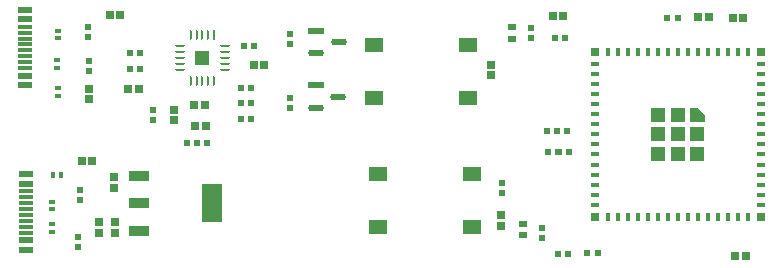
<source format=gtp>
G04*
G04 #@! TF.GenerationSoftware,Altium Limited,Altium Designer,24.5.2 (23)*
G04*
G04 Layer_Color=8421504*
%FSLAX25Y25*%
%MOIN*%
G70*
G04*
G04 #@! TF.SameCoordinates,906D8F54-8257-410E-A491-0C3AE59FFD44*
G04*
G04*
G04 #@! TF.FilePolarity,Positive*
G04*
G01*
G75*
%ADD18R,0.05105X0.05105*%
%ADD19R,0.02126X0.02362*%
%ADD20R,0.04528X0.02362*%
%ADD21R,0.04528X0.01181*%
%ADD22R,0.02362X0.02126*%
%ADD23R,0.06102X0.05118*%
G04:AMPARAMS|DCode=24|XSize=53.43mil|YSize=22.53mil|CornerRadius=11.26mil|HoleSize=0mil|Usage=FLASHONLY|Rotation=0.000|XOffset=0mil|YOffset=0mil|HoleType=Round|Shape=RoundedRectangle|*
%AMROUNDEDRECTD24*
21,1,0.05343,0.00000,0,0,0.0*
21,1,0.03091,0.02253,0,0,0.0*
1,1,0.02253,0.01545,0.00000*
1,1,0.02253,-0.01545,0.00000*
1,1,0.02253,-0.01545,0.00000*
1,1,0.02253,0.01545,0.00000*
%
%ADD24ROUNDEDRECTD24*%
%ADD25R,0.05343X0.02253*%
G04:AMPARAMS|DCode=26|XSize=25.2mil|YSize=28.35mil|CornerRadius=3.15mil|HoleSize=0mil|Usage=FLASHONLY|Rotation=90.000|XOffset=0mil|YOffset=0mil|HoleType=Round|Shape=RoundedRectangle|*
%AMROUNDEDRECTD26*
21,1,0.02520,0.02205,0,0,90.0*
21,1,0.01890,0.02835,0,0,90.0*
1,1,0.00630,0.01102,0.00945*
1,1,0.00630,0.01102,-0.00945*
1,1,0.00630,-0.01102,-0.00945*
1,1,0.00630,-0.01102,0.00945*
%
%ADD26ROUNDEDRECTD26*%
%ADD27R,0.02362X0.01378*%
%ADD28R,0.01378X0.02362*%
G04:AMPARAMS|DCode=29|XSize=25.2mil|YSize=28.35mil|CornerRadius=3.15mil|HoleSize=0mil|Usage=FLASHONLY|Rotation=180.000|XOffset=0mil|YOffset=0mil|HoleType=Round|Shape=RoundedRectangle|*
%AMROUNDEDRECTD29*
21,1,0.02520,0.02205,0,0,180.0*
21,1,0.01890,0.02835,0,0,180.0*
1,1,0.00630,-0.00945,0.01102*
1,1,0.00630,0.00945,0.01102*
1,1,0.00630,0.00945,-0.01102*
1,1,0.00630,-0.00945,-0.01102*
%
%ADD29ROUNDEDRECTD29*%
G04:AMPARAMS|DCode=30|XSize=9.55mil|YSize=33.06mil|CornerRadius=4.77mil|HoleSize=0mil|Usage=FLASHONLY|Rotation=270.000|XOffset=0mil|YOffset=0mil|HoleType=Round|Shape=RoundedRectangle|*
%AMROUNDEDRECTD30*
21,1,0.00955,0.02351,0,0,270.0*
21,1,0.00000,0.03306,0,0,270.0*
1,1,0.00955,-0.01176,0.00000*
1,1,0.00955,-0.01176,0.00000*
1,1,0.00955,0.01176,0.00000*
1,1,0.00955,0.01176,0.00000*
%
%ADD30ROUNDEDRECTD30*%
G04:AMPARAMS|DCode=31|XSize=33.06mil|YSize=9.55mil|CornerRadius=4.77mil|HoleSize=0mil|Usage=FLASHONLY|Rotation=270.000|XOffset=0mil|YOffset=0mil|HoleType=Round|Shape=RoundedRectangle|*
%AMROUNDEDRECTD31*
21,1,0.03306,0.00000,0,0,270.0*
21,1,0.02351,0.00955,0,0,270.0*
1,1,0.00955,0.00000,-0.01176*
1,1,0.00955,0.00000,0.01176*
1,1,0.00955,0.00000,0.01176*
1,1,0.00955,0.00000,-0.01176*
%
%ADD31ROUNDEDRECTD31*%
%ADD32R,0.00955X0.03306*%
%ADD33R,0.02756X0.02362*%
G04:AMPARAMS|DCode=34|XSize=125.98mil|YSize=68.9mil|CornerRadius=2.07mil|HoleSize=0mil|Usage=FLASHONLY|Rotation=90.000|XOffset=0mil|YOffset=0mil|HoleType=Round|Shape=RoundedRectangle|*
%AMROUNDEDRECTD34*
21,1,0.12598,0.06476,0,0,90.0*
21,1,0.12185,0.06890,0,0,90.0*
1,1,0.00413,0.03238,0.06093*
1,1,0.00413,0.03238,-0.06093*
1,1,0.00413,-0.03238,-0.06093*
1,1,0.00413,-0.03238,0.06093*
%
%ADD34ROUNDEDRECTD34*%
G04:AMPARAMS|DCode=35|XSize=35.43mil|YSize=68.9mil|CornerRadius=1.95mil|HoleSize=0mil|Usage=FLASHONLY|Rotation=90.000|XOffset=0mil|YOffset=0mil|HoleType=Round|Shape=RoundedRectangle|*
%AMROUNDEDRECTD35*
21,1,0.03543,0.06500,0,0,90.0*
21,1,0.03154,0.06890,0,0,90.0*
1,1,0.00390,0.03250,0.01577*
1,1,0.00390,0.03250,-0.01577*
1,1,0.00390,-0.03250,-0.01577*
1,1,0.00390,-0.03250,0.01577*
%
%ADD35ROUNDEDRECTD35*%
%ADD36R,0.03150X0.03150*%
%ADD37R,0.01575X0.03150*%
%ADD38R,0.03150X0.01575*%
%ADD39R,0.04724X0.04724*%
G36*
X245138Y59134D02*
Y63858D01*
X247500D01*
X249862Y61496D01*
Y59134D01*
X245138D01*
D02*
G37*
D18*
X82500Y80500D02*
D03*
D19*
X84000Y52000D02*
D03*
X80614D02*
D03*
X77228D02*
D03*
X80614D02*
D03*
X61800Y76700D02*
D03*
X58414D02*
D03*
X237507Y93800D02*
D03*
X240893D02*
D03*
X99693Y84500D02*
D03*
X96307D02*
D03*
X58414Y82100D02*
D03*
X61800D02*
D03*
X98693Y60000D02*
D03*
X95307D02*
D03*
X98693Y70500D02*
D03*
X95307D02*
D03*
Y65500D02*
D03*
X98693D02*
D03*
X201107Y15200D02*
D03*
X204493D02*
D03*
X210807Y15300D02*
D03*
X214193D02*
D03*
X199907Y87100D02*
D03*
X203293D02*
D03*
X200614Y56000D02*
D03*
X204000D02*
D03*
X201214Y49100D02*
D03*
X204600D02*
D03*
X200686Y56000D02*
D03*
X197300D02*
D03*
X201186Y49100D02*
D03*
X197800D02*
D03*
D20*
X23584Y16502D02*
D03*
Y41698D02*
D03*
Y38549D02*
D03*
Y19651D02*
D03*
X23512Y71394D02*
D03*
Y96591D02*
D03*
Y93441D02*
D03*
Y74543D02*
D03*
D21*
X23584Y22210D02*
D03*
Y24179D02*
D03*
Y26147D02*
D03*
Y28116D02*
D03*
Y30084D02*
D03*
Y32053D02*
D03*
Y34021D02*
D03*
Y35990D02*
D03*
X23512Y77102D02*
D03*
Y79071D02*
D03*
Y81039D02*
D03*
Y83008D02*
D03*
Y84976D02*
D03*
Y86945D02*
D03*
Y88913D02*
D03*
Y90882D02*
D03*
D22*
X41600Y33107D02*
D03*
Y36493D02*
D03*
X182500Y35307D02*
D03*
Y38693D02*
D03*
X66000Y63193D02*
D03*
Y59807D02*
D03*
X44500Y87407D02*
D03*
Y90793D02*
D03*
X44600Y79593D02*
D03*
Y76207D02*
D03*
X191900Y87207D02*
D03*
Y90593D02*
D03*
X195700Y23886D02*
D03*
Y20500D02*
D03*
X41000Y17500D02*
D03*
Y20886D02*
D03*
X111800Y85207D02*
D03*
Y88593D02*
D03*
X111700Y67100D02*
D03*
Y63714D02*
D03*
D23*
X170950Y67142D02*
D03*
X139650D02*
D03*
X170950Y84858D02*
D03*
X139650D02*
D03*
X141150Y41958D02*
D03*
X172450D02*
D03*
Y24242D02*
D03*
X141150D02*
D03*
D24*
X127985Y85740D02*
D03*
X120500Y82000D02*
D03*
X120315Y63860D02*
D03*
X127800Y67600D02*
D03*
D25*
X120500Y89480D02*
D03*
X120315Y71340D02*
D03*
D26*
X44700Y66668D02*
D03*
Y70132D02*
D03*
X73000Y63232D02*
D03*
Y59768D02*
D03*
X53500Y22268D02*
D03*
Y25732D02*
D03*
X47900Y25665D02*
D03*
Y22200D02*
D03*
X53000Y40732D02*
D03*
Y37268D02*
D03*
X182100Y24535D02*
D03*
Y28000D02*
D03*
X178700Y74668D02*
D03*
Y78132D02*
D03*
D27*
X34400Y87020D02*
D03*
Y89579D02*
D03*
X34100Y77220D02*
D03*
Y79779D02*
D03*
X34400Y67921D02*
D03*
Y70480D02*
D03*
X32500Y32559D02*
D03*
Y30000D02*
D03*
Y25000D02*
D03*
Y22441D02*
D03*
D28*
X35280Y41500D02*
D03*
X32721D02*
D03*
D29*
X83232Y64800D02*
D03*
X79768D02*
D03*
X80068Y57900D02*
D03*
X83532D02*
D03*
X57768Y70000D02*
D03*
X61232D02*
D03*
X103000Y78000D02*
D03*
X99535D02*
D03*
X45732Y46000D02*
D03*
X42268D02*
D03*
X259268Y93800D02*
D03*
X262732D02*
D03*
X260168Y14300D02*
D03*
X263632D02*
D03*
X55032Y94800D02*
D03*
X51568D02*
D03*
X202732Y94500D02*
D03*
X199268D02*
D03*
X251232Y94000D02*
D03*
X247768D02*
D03*
D30*
X90041Y84437D02*
D03*
Y82468D02*
D03*
Y80500D02*
D03*
Y78531D02*
D03*
Y76563D02*
D03*
X74959D02*
D03*
Y78531D02*
D03*
Y80500D02*
D03*
Y82468D02*
D03*
Y84437D02*
D03*
D31*
X86437Y72959D02*
D03*
X84469D02*
D03*
X82500D02*
D03*
X80532D02*
D03*
X78563D02*
D03*
Y88041D02*
D03*
X80532D02*
D03*
X82500D02*
D03*
X84469D02*
D03*
D32*
X86437D02*
D03*
D33*
X185700Y86900D02*
D03*
Y90640D02*
D03*
X189200Y25140D02*
D03*
Y21400D02*
D03*
D34*
X85803Y32000D02*
D03*
D35*
X61197Y22945D02*
D03*
Y32000D02*
D03*
Y41055D02*
D03*
D36*
X268563Y82559D02*
D03*
X213445D02*
D03*
X268563Y27441D02*
D03*
X213445D02*
D03*
D37*
X264429Y82559D02*
D03*
X261083D02*
D03*
X257736D02*
D03*
X254390D02*
D03*
X251043D02*
D03*
X247697D02*
D03*
X244350D02*
D03*
X241004D02*
D03*
X237657D02*
D03*
X234311D02*
D03*
X230965D02*
D03*
X227618D02*
D03*
X224272D02*
D03*
X220925D02*
D03*
X217579D02*
D03*
Y27441D02*
D03*
X220925D02*
D03*
X224272D02*
D03*
X227618D02*
D03*
X230965D02*
D03*
X234311D02*
D03*
X237657D02*
D03*
X241004D02*
D03*
X244350D02*
D03*
X247697D02*
D03*
X251043D02*
D03*
X254390D02*
D03*
X257736D02*
D03*
X261083D02*
D03*
X264429D02*
D03*
D38*
X213445Y78425D02*
D03*
Y75079D02*
D03*
Y71732D02*
D03*
Y68386D02*
D03*
Y65039D02*
D03*
Y61693D02*
D03*
Y58346D02*
D03*
Y55000D02*
D03*
Y51653D02*
D03*
Y48307D02*
D03*
Y44961D02*
D03*
Y41614D02*
D03*
Y38268D02*
D03*
Y34921D02*
D03*
Y31575D02*
D03*
X268563D02*
D03*
Y34921D02*
D03*
Y38268D02*
D03*
Y41614D02*
D03*
Y44961D02*
D03*
Y48307D02*
D03*
Y51653D02*
D03*
Y55000D02*
D03*
Y58346D02*
D03*
Y61693D02*
D03*
Y65039D02*
D03*
Y68386D02*
D03*
Y71732D02*
D03*
Y75079D02*
D03*
Y78425D02*
D03*
D39*
X241004Y55000D02*
D03*
X247500D02*
D03*
Y48504D02*
D03*
X241004D02*
D03*
X234508D02*
D03*
Y55000D02*
D03*
Y61496D02*
D03*
X241004D02*
D03*
M02*

</source>
